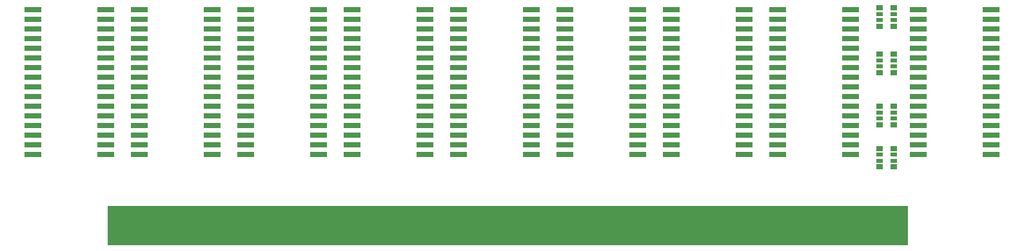
<source format=gts>
G04 #@! TF.GenerationSoftware,KiCad,Pcbnew,(6.0.0)*
G04 #@! TF.CreationDate,2022-01-26T20:37:23-08:00*
G04 #@! TF.ProjectId,M919_cache,4d393139-5f63-4616-9368-652e6b696361,rev?*
G04 #@! TF.SameCoordinates,Original*
G04 #@! TF.FileFunction,Soldermask,Top*
G04 #@! TF.FilePolarity,Negative*
%FSLAX46Y46*%
G04 Gerber Fmt 4.6, Leading zero omitted, Abs format (unit mm)*
G04 Created by KiCad (PCBNEW (6.0.0)) date 2022-01-26 20:37:23*
%MOMM*%
%LPD*%
G01*
G04 APERTURE LIST*
G04 Aperture macros list*
%AMRoundRect*
0 Rectangle with rounded corners*
0 $1 Rounding radius*
0 $2 $3 $4 $5 $6 $7 $8 $9 X,Y pos of 4 corners*
0 Add a 4 corners polygon primitive as box body*
4,1,4,$2,$3,$4,$5,$6,$7,$8,$9,$2,$3,0*
0 Add four circle primitives for the rounded corners*
1,1,$1+$1,$2,$3*
1,1,$1+$1,$4,$5*
1,1,$1+$1,$6,$7*
1,1,$1+$1,$8,$9*
0 Add four rect primitives between the rounded corners*
20,1,$1+$1,$2,$3,$4,$5,0*
20,1,$1+$1,$4,$5,$6,$7,0*
20,1,$1+$1,$6,$7,$8,$9,0*
20,1,$1+$1,$8,$9,$2,$3,0*%
G04 Aperture macros list end*
%ADD10C,0.100000*%
%ADD11RoundRect,0.050000X0.400000X0.250000X-0.400000X0.250000X-0.400000X-0.250000X0.400000X-0.250000X0*%
%ADD12RoundRect,0.050000X0.400000X0.200000X-0.400000X0.200000X-0.400000X-0.200000X0.400000X-0.200000X0*%
%ADD13RoundRect,0.050000X-1.079500X-0.254000X1.079500X-0.254000X1.079500X0.254000X-1.079500X0.254000X0*%
G04 APERTURE END LIST*
D10*
X233521000Y-126140000D02*
X128521000Y-126140000D01*
X128521000Y-126140000D02*
X128521000Y-121060000D01*
X128521000Y-121060000D02*
X233521000Y-121060000D01*
X233521000Y-121060000D02*
X233521000Y-126140000D01*
G36*
X233521000Y-126140000D02*
G01*
X128521000Y-126140000D01*
X128521000Y-121060000D01*
X233521000Y-121060000D01*
X233521000Y-126140000D01*
G37*
X233521000Y-126140000D02*
X128521000Y-126140000D01*
X128521000Y-121060000D01*
X233521000Y-121060000D01*
X233521000Y-126140000D01*
D11*
X231670000Y-110350000D03*
D12*
X231670000Y-109550000D03*
X231670000Y-108750000D03*
D11*
X231670000Y-107950000D03*
X229870000Y-107950000D03*
D12*
X229870000Y-108750000D03*
X229870000Y-109550000D03*
D11*
X229870000Y-110350000D03*
D13*
X118694200Y-95250000D03*
X118694200Y-96520000D03*
X118694200Y-97790000D03*
X118694200Y-99060000D03*
X118694200Y-100330000D03*
X118694200Y-101600000D03*
X118694200Y-102870000D03*
X118694200Y-104140000D03*
X118694200Y-105410000D03*
X118694200Y-106680000D03*
X118694200Y-107950000D03*
X118694200Y-109220000D03*
X118694200Y-110490000D03*
X118694200Y-111760000D03*
X118694200Y-113030000D03*
X118694200Y-114300000D03*
X128270000Y-114300000D03*
X128270000Y-113030000D03*
X128270000Y-111760000D03*
X128270000Y-110490000D03*
X128270000Y-109220000D03*
X128270000Y-107950000D03*
X128270000Y-106680000D03*
X128270000Y-105410000D03*
X128270000Y-104140000D03*
X128270000Y-102870000D03*
X128270000Y-101600000D03*
X128270000Y-100330000D03*
X128270000Y-99060000D03*
X128270000Y-97790000D03*
X128270000Y-96520000D03*
X128270000Y-95250000D03*
X132664200Y-95250000D03*
X132664200Y-96520000D03*
X132664200Y-97790000D03*
X132664200Y-99060000D03*
X132664200Y-100330000D03*
X132664200Y-101600000D03*
X132664200Y-102870000D03*
X132664200Y-104140000D03*
X132664200Y-105410000D03*
X132664200Y-106680000D03*
X132664200Y-107950000D03*
X132664200Y-109220000D03*
X132664200Y-110490000D03*
X132664200Y-111760000D03*
X132664200Y-113030000D03*
X132664200Y-114300000D03*
X142240000Y-114300000D03*
X142240000Y-113030000D03*
X142240000Y-111760000D03*
X142240000Y-110490000D03*
X142240000Y-109220000D03*
X142240000Y-107950000D03*
X142240000Y-106680000D03*
X142240000Y-105410000D03*
X142240000Y-104140000D03*
X142240000Y-102870000D03*
X142240000Y-101600000D03*
X142240000Y-100330000D03*
X142240000Y-99060000D03*
X142240000Y-97790000D03*
X142240000Y-96520000D03*
X142240000Y-95250000D03*
X146634200Y-95250000D03*
X146634200Y-96520000D03*
X146634200Y-97790000D03*
X146634200Y-99060000D03*
X146634200Y-100330000D03*
X146634200Y-101600000D03*
X146634200Y-102870000D03*
X146634200Y-104140000D03*
X146634200Y-105410000D03*
X146634200Y-106680000D03*
X146634200Y-107950000D03*
X146634200Y-109220000D03*
X146634200Y-110490000D03*
X146634200Y-111760000D03*
X146634200Y-113030000D03*
X146634200Y-114300000D03*
X156210000Y-114300000D03*
X156210000Y-113030000D03*
X156210000Y-111760000D03*
X156210000Y-110490000D03*
X156210000Y-109220000D03*
X156210000Y-107950000D03*
X156210000Y-106680000D03*
X156210000Y-105410000D03*
X156210000Y-104140000D03*
X156210000Y-102870000D03*
X156210000Y-101600000D03*
X156210000Y-100330000D03*
X156210000Y-99060000D03*
X156210000Y-97790000D03*
X156210000Y-96520000D03*
X156210000Y-95250000D03*
X160604200Y-95250000D03*
X160604200Y-96520000D03*
X160604200Y-97790000D03*
X160604200Y-99060000D03*
X160604200Y-100330000D03*
X160604200Y-101600000D03*
X160604200Y-102870000D03*
X160604200Y-104140000D03*
X160604200Y-105410000D03*
X160604200Y-106680000D03*
X160604200Y-107950000D03*
X160604200Y-109220000D03*
X160604200Y-110490000D03*
X160604200Y-111760000D03*
X160604200Y-113030000D03*
X160604200Y-114300000D03*
X170180000Y-114300000D03*
X170180000Y-113030000D03*
X170180000Y-111760000D03*
X170180000Y-110490000D03*
X170180000Y-109220000D03*
X170180000Y-107950000D03*
X170180000Y-106680000D03*
X170180000Y-105410000D03*
X170180000Y-104140000D03*
X170180000Y-102870000D03*
X170180000Y-101600000D03*
X170180000Y-100330000D03*
X170180000Y-99060000D03*
X170180000Y-97790000D03*
X170180000Y-96520000D03*
X170180000Y-95250000D03*
X174574200Y-95250000D03*
X174574200Y-96520000D03*
X174574200Y-97790000D03*
X174574200Y-99060000D03*
X174574200Y-100330000D03*
X174574200Y-101600000D03*
X174574200Y-102870000D03*
X174574200Y-104140000D03*
X174574200Y-105410000D03*
X174574200Y-106680000D03*
X174574200Y-107950000D03*
X174574200Y-109220000D03*
X174574200Y-110490000D03*
X174574200Y-111760000D03*
X174574200Y-113030000D03*
X174574200Y-114300000D03*
X184150000Y-114300000D03*
X184150000Y-113030000D03*
X184150000Y-111760000D03*
X184150000Y-110490000D03*
X184150000Y-109220000D03*
X184150000Y-107950000D03*
X184150000Y-106680000D03*
X184150000Y-105410000D03*
X184150000Y-104140000D03*
X184150000Y-102870000D03*
X184150000Y-101600000D03*
X184150000Y-100330000D03*
X184150000Y-99060000D03*
X184150000Y-97790000D03*
X184150000Y-96520000D03*
X184150000Y-95250000D03*
X202514200Y-95250000D03*
X202514200Y-96520000D03*
X202514200Y-97790000D03*
X202514200Y-99060000D03*
X202514200Y-100330000D03*
X202514200Y-101600000D03*
X202514200Y-102870000D03*
X202514200Y-104140000D03*
X202514200Y-105410000D03*
X202514200Y-106680000D03*
X202514200Y-107950000D03*
X202514200Y-109220000D03*
X202514200Y-110490000D03*
X202514200Y-111760000D03*
X202514200Y-113030000D03*
X202514200Y-114300000D03*
X212090000Y-114300000D03*
X212090000Y-113030000D03*
X212090000Y-111760000D03*
X212090000Y-110490000D03*
X212090000Y-109220000D03*
X212090000Y-107950000D03*
X212090000Y-106680000D03*
X212090000Y-105410000D03*
X212090000Y-104140000D03*
X212090000Y-102870000D03*
X212090000Y-101600000D03*
X212090000Y-100330000D03*
X212090000Y-99060000D03*
X212090000Y-97790000D03*
X212090000Y-96520000D03*
X212090000Y-95250000D03*
X216484200Y-95250000D03*
X216484200Y-96520000D03*
X216484200Y-97790000D03*
X216484200Y-99060000D03*
X216484200Y-100330000D03*
X216484200Y-101600000D03*
X216484200Y-102870000D03*
X216484200Y-104140000D03*
X216484200Y-105410000D03*
X216484200Y-106680000D03*
X216484200Y-107950000D03*
X216484200Y-109220000D03*
X216484200Y-110490000D03*
X216484200Y-111760000D03*
X216484200Y-113030000D03*
X216484200Y-114300000D03*
X226060000Y-114300000D03*
X226060000Y-113030000D03*
X226060000Y-111760000D03*
X226060000Y-110490000D03*
X226060000Y-109220000D03*
X226060000Y-107950000D03*
X226060000Y-106680000D03*
X226060000Y-105410000D03*
X226060000Y-104140000D03*
X226060000Y-102870000D03*
X226060000Y-101600000D03*
X226060000Y-100330000D03*
X226060000Y-99060000D03*
X226060000Y-97790000D03*
X226060000Y-96520000D03*
X226060000Y-95250000D03*
X234950000Y-95250000D03*
X234950000Y-96520000D03*
X234950000Y-97790000D03*
X234950000Y-99060000D03*
X234950000Y-100330000D03*
X234950000Y-101600000D03*
X234950000Y-102870000D03*
X234950000Y-104140000D03*
X234950000Y-105410000D03*
X234950000Y-106680000D03*
X234950000Y-107950000D03*
X234950000Y-109220000D03*
X234950000Y-110490000D03*
X234950000Y-111760000D03*
X234950000Y-113030000D03*
X234950000Y-114300000D03*
X244525800Y-114300000D03*
X244525800Y-113030000D03*
X244525800Y-111760000D03*
X244525800Y-110490000D03*
X244525800Y-109220000D03*
X244525800Y-107950000D03*
X244525800Y-106680000D03*
X244525800Y-105410000D03*
X244525800Y-104140000D03*
X244525800Y-102870000D03*
X244525800Y-101600000D03*
X244525800Y-100330000D03*
X244525800Y-99060000D03*
X244525800Y-97790000D03*
X244525800Y-96520000D03*
X244525800Y-95250000D03*
X188544200Y-95250000D03*
X188544200Y-96520000D03*
X188544200Y-97790000D03*
X188544200Y-99060000D03*
X188544200Y-100330000D03*
X188544200Y-101600000D03*
X188544200Y-102870000D03*
X188544200Y-104140000D03*
X188544200Y-105410000D03*
X188544200Y-106680000D03*
X188544200Y-107950000D03*
X188544200Y-109220000D03*
X188544200Y-110490000D03*
X188544200Y-111760000D03*
X188544200Y-113030000D03*
X188544200Y-114300000D03*
X198120000Y-114300000D03*
X198120000Y-113030000D03*
X198120000Y-111760000D03*
X198120000Y-110490000D03*
X198120000Y-109220000D03*
X198120000Y-107950000D03*
X198120000Y-106680000D03*
X198120000Y-105410000D03*
X198120000Y-104140000D03*
X198120000Y-102870000D03*
X198120000Y-101600000D03*
X198120000Y-100330000D03*
X198120000Y-99060000D03*
X198120000Y-97790000D03*
X198120000Y-96520000D03*
X198120000Y-95250000D03*
D11*
X231670000Y-103492000D03*
D12*
X231670000Y-102692000D03*
X231670000Y-101892000D03*
D11*
X231670000Y-101092000D03*
X229870000Y-101092000D03*
D12*
X229870000Y-101892000D03*
X229870000Y-102692000D03*
D11*
X229870000Y-103492000D03*
X231670000Y-115900000D03*
D12*
X231670000Y-115100000D03*
X231670000Y-114300000D03*
D11*
X231670000Y-113500000D03*
X229870000Y-113500000D03*
D12*
X229870000Y-114300000D03*
X229870000Y-115100000D03*
D11*
X229870000Y-115900000D03*
X231670000Y-97396000D03*
D12*
X231670000Y-96596000D03*
X231670000Y-95796000D03*
D11*
X231670000Y-94996000D03*
X229870000Y-94996000D03*
D12*
X229870000Y-95796000D03*
X229870000Y-96596000D03*
D11*
X229870000Y-97396000D03*
M02*

</source>
